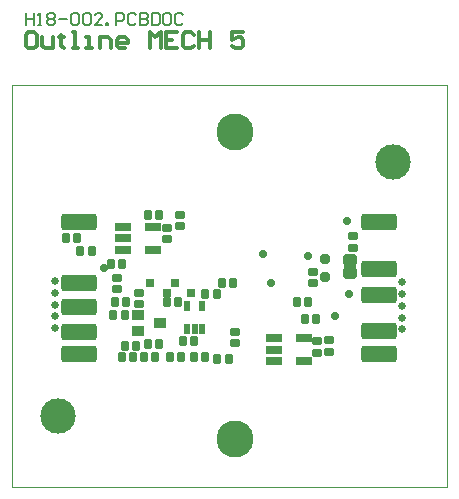
<source format=gbs>
G04 Layer_Color=16711935*
%FSLAX42Y42*%
%MOMM*%
G71*
G01*
G75*
%ADD24C,0.30*%
%ADD26C,0.20*%
%ADD27C,0.10*%
G04:AMPARAMS|DCode=29|XSize=3mm|YSize=1.4mm|CornerRadius=0.21mm|HoleSize=0mm|Usage=FLASHONLY|Rotation=0.000|XOffset=0mm|YOffset=0mm|HoleType=Round|Shape=RoundedRectangle|*
%AMROUNDEDRECTD29*
21,1,3.00,0.98,0,0,0.0*
21,1,2.58,1.40,0,0,0.0*
1,1,0.42,1.29,-0.49*
1,1,0.42,-1.29,-0.49*
1,1,0.42,-1.29,0.49*
1,1,0.42,1.29,0.49*
%
%ADD29ROUNDEDRECTD29*%
G04:AMPARAMS|DCode=45|XSize=0.8mm|YSize=1mm|CornerRadius=0mm|HoleSize=0mm|Usage=FLASHONLY|Rotation=270.000|XOffset=0mm|YOffset=0mm|HoleType=Round|Shape=Octagon|*
%AMOCTAGOND45*
4,1,8,0.50,0.20,0.50,-0.20,0.30,-0.40,-0.30,-0.40,-0.50,-0.20,-0.50,0.20,-0.30,0.40,0.30,0.40,0.50,0.20,0.0*
%
%ADD45OCTAGOND45*%

%ADD48R,1.36X0.76*%
%ADD49C,3.00*%
G04:AMPARAMS|DCode=50|XSize=0.94mm|YSize=1.14mm|CornerRadius=0.11mm|HoleSize=0mm|Usage=FLASHONLY|Rotation=270.000|XOffset=0mm|YOffset=0mm|HoleType=Round|Shape=RoundedRectangle|*
%AMROUNDEDRECTD50*
21,1,0.94,0.92,0,0,270.0*
21,1,0.72,1.14,0,0,270.0*
1,1,0.22,-0.46,-0.36*
1,1,0.22,-0.46,0.36*
1,1,0.22,0.46,0.36*
1,1,0.22,0.46,-0.36*
%
%ADD50ROUNDEDRECTD50*%
G04:AMPARAMS|DCode=56|XSize=0.71mm|YSize=0.79mm|CornerRadius=0.13mm|HoleSize=0mm|Usage=FLASHONLY|Rotation=0.000|XOffset=0mm|YOffset=0mm|HoleType=Round|Shape=RoundedRectangle|*
%AMROUNDEDRECTD56*
21,1,0.71,0.54,0,0,0.0*
21,1,0.46,0.79,0,0,0.0*
1,1,0.26,0.23,-0.27*
1,1,0.26,-0.23,-0.27*
1,1,0.26,-0.23,0.27*
1,1,0.26,0.23,0.27*
%
%ADD56ROUNDEDRECTD56*%
G04:AMPARAMS|DCode=57|XSize=0.71mm|YSize=0.79mm|CornerRadius=0.13mm|HoleSize=0mm|Usage=FLASHONLY|Rotation=90.000|XOffset=0mm|YOffset=0mm|HoleType=Round|Shape=RoundedRectangle|*
%AMROUNDEDRECTD57*
21,1,0.71,0.54,0,0,90.0*
21,1,0.46,0.79,0,0,90.0*
1,1,0.26,0.27,0.23*
1,1,0.26,0.27,-0.23*
1,1,0.26,-0.27,-0.23*
1,1,0.26,-0.27,0.23*
%
%ADD57ROUNDEDRECTD57*%
%ADD60C,0.64*%
%ADD61C,3.14*%
%ADD62C,0.74*%
%ADD63C,0.94*%
%ADD64R,1.04X0.84*%
%ADD65R,0.74X0.74*%
%ADD66R,0.54X0.89*%
G54D24*
X-200Y2850D02*
X-247D01*
X-270Y2827D01*
Y2733D01*
X-247Y2710D01*
X-200D01*
X-177Y2733D01*
Y2827D01*
X-200Y2850D01*
X-130Y2803D02*
Y2733D01*
X-107Y2710D01*
X-37D01*
Y2803D01*
X33Y2827D02*
Y2803D01*
X10D01*
X57D01*
X33D01*
Y2733D01*
X57Y2710D01*
X127D02*
X173D01*
X150D01*
Y2850D01*
X127D01*
X243Y2710D02*
X290D01*
X266D01*
Y2803D01*
X243D01*
X360Y2710D02*
Y2803D01*
X430D01*
X453Y2780D01*
Y2710D01*
X570D02*
X523D01*
X500Y2733D01*
Y2780D01*
X523Y2803D01*
X570D01*
X593Y2780D01*
Y2757D01*
X500D01*
X780Y2710D02*
Y2850D01*
X826Y2803D01*
X873Y2850D01*
Y2710D01*
X1013Y2850D02*
X920D01*
Y2710D01*
X1013D01*
X920Y2780D02*
X966D01*
X1153Y2827D02*
X1130Y2850D01*
X1083D01*
X1060Y2827D01*
Y2733D01*
X1083Y2710D01*
X1130D01*
X1153Y2733D01*
X1200Y2850D02*
Y2710D01*
Y2780D01*
X1293D01*
Y2850D01*
Y2710D01*
X1573Y2850D02*
X1479D01*
Y2780D01*
X1526Y2803D01*
X1549D01*
X1573Y2780D01*
Y2733D01*
X1549Y2710D01*
X1503D01*
X1479Y2733D01*
G54D26*
X-270Y3010D02*
Y2910D01*
Y2960D01*
X-203D01*
Y3010D01*
Y2910D01*
X-170D02*
X-137D01*
X-153D01*
Y3010D01*
X-170Y2993D01*
X-87D02*
X-70Y3010D01*
X-37D01*
X-20Y2993D01*
Y2977D01*
X-37Y2960D01*
X-20Y2943D01*
Y2927D01*
X-37Y2910D01*
X-70D01*
X-87Y2927D01*
Y2943D01*
X-70Y2960D01*
X-87Y2977D01*
Y2993D01*
X-70Y2960D02*
X-37D01*
X13D02*
X80D01*
X113Y2993D02*
X130Y3010D01*
X163D01*
X180Y2993D01*
Y2927D01*
X163Y2910D01*
X130D01*
X113Y2927D01*
Y2993D01*
X213D02*
X230Y3010D01*
X263D01*
X280Y2993D01*
Y2927D01*
X263Y2910D01*
X230D01*
X213Y2927D01*
Y2993D01*
X380Y2910D02*
X313D01*
X380Y2977D01*
Y2993D01*
X363Y3010D01*
X330D01*
X313Y2993D01*
X413Y2910D02*
Y2927D01*
X430D01*
Y2910D01*
X413D01*
X496D02*
Y3010D01*
X546D01*
X563Y2993D01*
Y2960D01*
X546Y2943D01*
X496D01*
X663Y2993D02*
X646Y3010D01*
X613D01*
X596Y2993D01*
Y2927D01*
X613Y2910D01*
X646D01*
X663Y2927D01*
X696Y3010D02*
Y2910D01*
X746D01*
X763Y2927D01*
Y2943D01*
X746Y2960D01*
X696D01*
X746D01*
X763Y2977D01*
Y2993D01*
X746Y3010D01*
X696D01*
X796D02*
Y2910D01*
X846D01*
X863Y2927D01*
Y2993D01*
X846Y3010D01*
X796D01*
X946D02*
X913D01*
X896Y2993D01*
Y2927D01*
X913Y2910D01*
X946D01*
X963Y2927D01*
Y2993D01*
X946Y3010D01*
X1063Y2993D02*
X1046Y3010D01*
X1013D01*
X996Y2993D01*
Y2927D01*
X1013Y2910D01*
X1046D01*
X1063Y2927D01*
G54D27*
X-390Y2100D02*
Y2400D01*
X3300D01*
Y-1000D02*
Y2400D01*
X-390Y-1000D02*
Y2100D01*
Y-1000D02*
X610D01*
X3300D01*
G54D29*
X2720Y1240D02*
D03*
X180Y520D02*
D03*
Y1240D02*
D03*
Y720D02*
D03*
X2720Y620D02*
D03*
Y120D02*
D03*
X180Y310D02*
D03*
X2720Y320D02*
D03*
Y840D02*
D03*
X180Y120D02*
D03*
G54D45*
X2480Y860D02*
D03*
G54D48*
X553Y1005D02*
D03*
Y1195D02*
D03*
X807Y1005D02*
D03*
X553Y1100D02*
D03*
X807Y1195D02*
D03*
X2087Y255D02*
D03*
X1833Y160D02*
D03*
X2087Y65D02*
D03*
X1833Y255D02*
D03*
Y65D02*
D03*
G54D49*
X0Y-400D02*
D03*
X2840Y1750D02*
D03*
G54D50*
X2480Y805D02*
D03*
Y915D02*
D03*
G54D56*
X73Y1100D02*
D03*
X167D02*
D03*
X192Y990D02*
D03*
X288D02*
D03*
X762Y1300D02*
D03*
X857D02*
D03*
X2023Y560D02*
D03*
X2117D02*
D03*
X547Y880D02*
D03*
X453D02*
D03*
X2188Y420D02*
D03*
X2092D02*
D03*
X1352Y80D02*
D03*
X1448D02*
D03*
X732Y100D02*
D03*
X827D02*
D03*
X1348Y630D02*
D03*
X1252D02*
D03*
X1157Y228D02*
D03*
X1062D02*
D03*
X578Y560D02*
D03*
X482D02*
D03*
X1488Y720D02*
D03*
X1393D02*
D03*
X857Y210D02*
D03*
X762D02*
D03*
X1248Y100D02*
D03*
X1152D02*
D03*
X1018Y560D02*
D03*
X923D02*
D03*
X638Y100D02*
D03*
X543D02*
D03*
X1048D02*
D03*
X952D02*
D03*
X472Y450D02*
D03*
X568D02*
D03*
X668Y190D02*
D03*
X572D02*
D03*
G54D57*
X930Y1093D02*
D03*
Y1188D02*
D03*
X1040Y1202D02*
D03*
Y1298D02*
D03*
X2300Y142D02*
D03*
Y238D02*
D03*
X2200Y133D02*
D03*
Y228D02*
D03*
X2160Y818D02*
D03*
Y722D02*
D03*
X1500Y212D02*
D03*
Y308D02*
D03*
X2500Y1118D02*
D03*
Y1023D02*
D03*
X690Y638D02*
D03*
Y543D02*
D03*
X500Y672D02*
D03*
Y768D02*
D03*
G54D60*
X2920Y630D02*
D03*
Y730D02*
D03*
Y530D02*
D03*
Y430D02*
D03*
Y330D02*
D03*
X-20Y640D02*
D03*
Y740D02*
D03*
Y540D02*
D03*
Y440D02*
D03*
Y340D02*
D03*
G54D61*
X1500Y2000D02*
D03*
Y-600D02*
D03*
G54D62*
X1810Y720D02*
D03*
X2450Y1250D02*
D03*
X2350Y440D02*
D03*
X2470Y630D02*
D03*
X1740Y970D02*
D03*
X2120Y950D02*
D03*
X2260Y770D02*
D03*
Y930D02*
D03*
X390Y850D02*
D03*
G54D63*
X2260Y770D02*
D03*
Y930D02*
D03*
G54D64*
X680Y450D02*
D03*
Y320D02*
D03*
X870Y385D02*
D03*
G54D65*
X923Y638D02*
D03*
X1132D02*
D03*
X990Y722D02*
D03*
X780D02*
D03*
G54D66*
X1225Y526D02*
D03*
X1095D02*
D03*
Y335D02*
D03*
X1160D02*
D03*
X1225D02*
D03*
M02*

</source>
